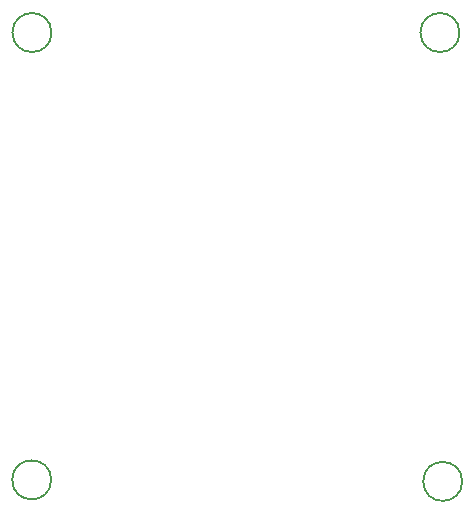
<source format=gbo>
G04 #@! TF.GenerationSoftware,KiCad,Pcbnew,(5.1.10)-1*
G04 #@! TF.CreationDate,2022-03-18T02:24:13-07:00*
G04 #@! TF.ProjectId,Chekov,4368656b-6f76-42e6-9b69-6361645f7063,rev?*
G04 #@! TF.SameCoordinates,Original*
G04 #@! TF.FileFunction,Legend,Bot*
G04 #@! TF.FilePolarity,Positive*
%FSLAX46Y46*%
G04 Gerber Fmt 4.6, Leading zero omitted, Abs format (unit mm)*
G04 Created by KiCad (PCBNEW (5.1.10)-1) date 2022-03-18 02:24:13*
%MOMM*%
%LPD*%
G01*
G04 APERTURE LIST*
%ADD10C,0.150000*%
G04 APERTURE END LIST*
D10*
X81407000Y-54356000D02*
G75*
G03*
X81407000Y-54356000I-1651000J0D01*
G01*
X81381600Y-92227400D02*
G75*
G03*
X81381600Y-92227400I-1651000J0D01*
G01*
X116179600Y-92354400D02*
G75*
G03*
X116179600Y-92354400I-1651000J0D01*
G01*
X115951000Y-54356000D02*
G75*
G03*
X115951000Y-54356000I-1651000J0D01*
G01*
M02*

</source>
